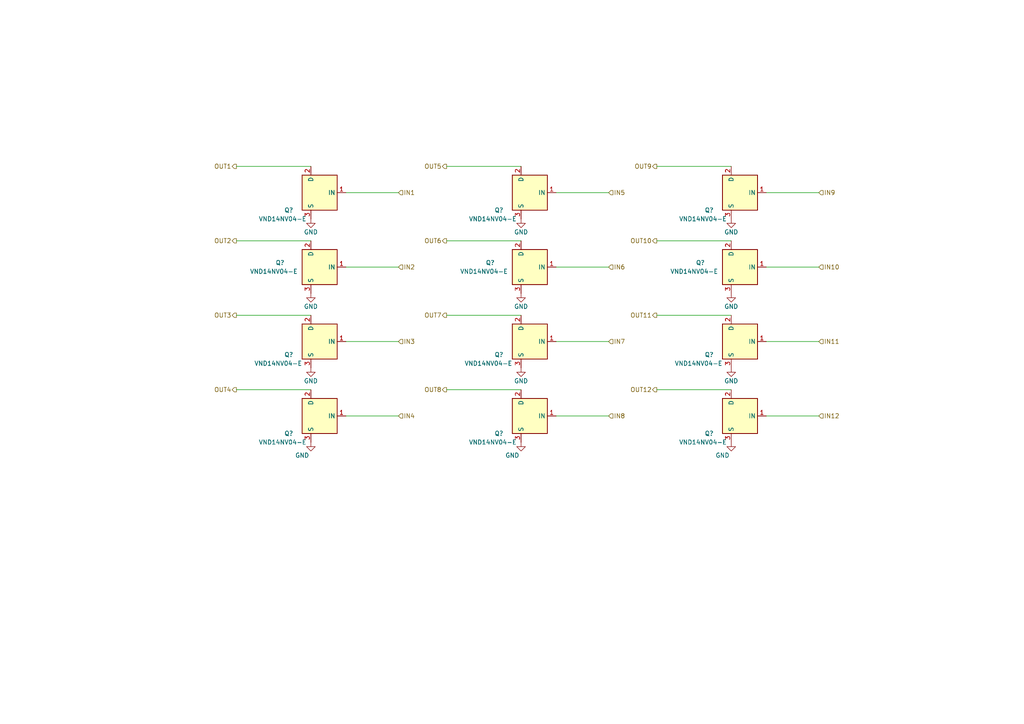
<source format=kicad_sch>
(kicad_sch (version 20230121) (generator eeschema)
  (paper "A4")
  (lib_symbols
    (symbol "Power_Management:AUIPS2041L"
      (property "Reference" "U" (at 3.81 1.27 0))
      (property "Value" "AUIPS2041L" (at 3.81 -1.27 0))
      (symbol "AUIPS2041L_0_1"
        (rectangle (start -7.62 5.08) (end 2.54 -5.08) (stroke (width 0.254)) (fill (type background)))
      )
      (symbol "AUIPS2041L_1_1"
        (pin input line (at -10.16 0 0) (length 2.54) (name "IN") (number "1"))
        (pin passive line (at 0 7.62 270) (length 2.54) (name "D") (number "2"))
        (pin power_in line (at 0 -7.62 90) (length 2.54) (name "S") (number "3"))
      )
    )
    (symbol "power:GND" (power) (pin_names (offset 0))
      (property "Value" "GND" (at 0 -3.81 0))
      (symbol "GND_0_1"
        (polyline (pts (xy 0 0) (xy 0 -1.27) (xy 1.27 -1.27) (xy 0 -2.54) (xy -1.27 -1.27) (xy 0 -1.27)))
      )
      (symbol "GND_1_1"
        (pin power_in line (at 0 0 270) (length 0) hide (name "GND") (number "1"))
      )
    )
  )
  (wire (pts (xy 68.58 69.85) (xy 90.17 69.85)))
  (wire (pts (xy 100.33 55.88) (xy 115.57 55.88)))
  (wire (pts (xy 222.25 120.65) (xy 237.49 120.65)))
  (wire (pts (xy 161.29 99.06) (xy 176.53 99.06)))
  (wire (pts (xy 161.29 120.65) (xy 176.53 120.65)))
  (wire (pts (xy 100.33 120.65) (xy 115.57 120.65)))
  (wire (pts (xy 68.58 113.03) (xy 90.17 113.03)))
  (wire (pts (xy 222.25 99.06) (xy 237.49 99.06)))
  (wire (pts (xy 190.5 48.26) (xy 212.09 48.26)))
  (wire (pts (xy 161.29 55.88) (xy 176.53 55.88)))
  (wire (pts (xy 222.25 55.88) (xy 237.49 55.88)))
  (wire (pts (xy 190.5 91.44) (xy 212.09 91.44)))
  (wire (pts (xy 129.54 91.44) (xy 151.13 91.44)))
  (wire (pts (xy 129.54 113.03) (xy 151.13 113.03)))
  (wire (pts (xy 161.29 77.47) (xy 176.53 77.47)))
  (wire (pts (xy 68.58 91.44) (xy 90.17 91.44)))
  (wire (pts (xy 129.54 69.85) (xy 151.13 69.85)))
  (wire (pts (xy 68.58 48.26) (xy 90.17 48.26)))
  (wire (pts (xy 129.54 48.26) (xy 151.13 48.26)))
  (wire (pts (xy 190.5 69.85) (xy 212.09 69.85)))
  (wire (pts (xy 222.25 77.47) (xy 237.49 77.47)))
  (wire (pts (xy 190.5 113.03) (xy 212.09 113.03)))
  (wire (pts (xy 100.33 77.47) (xy 115.57 77.47)))
  (wire (pts (xy 100.33 99.06) (xy 115.57 99.06)))
  (hierarchical_label "OUT5" (shape output) (at 129.54 48.26 180))
  (hierarchical_label "IN8" (shape input) (at 176.53 120.65 0))
  (hierarchical_label "OUT7" (shape output) (at 129.54 91.44 180))
  (hierarchical_label "IN12" (shape input) (at 237.49 120.65 0))
  (hierarchical_label "OUT11" (shape output) (at 190.5 91.44 180))
  (hierarchical_label "OUT8" (shape output) (at 129.54 113.03 180))
  (hierarchical_label "OUT1" (shape output) (at 68.58 48.26 180))
  (hierarchical_label "OUT9" (shape output) (at 190.5 48.26 180))
  (hierarchical_label "OUT3" (shape output) (at 68.58 91.44 180))
  (hierarchical_label "IN2" (shape input) (at 115.57 77.47 0))
  (hierarchical_label "IN11" (shape input) (at 237.49 99.06 0))
  (hierarchical_label "IN7" (shape input) (at 176.53 99.06 0))
  (hierarchical_label "OUT12" (shape output) (at 190.5 113.03 180))
  (hierarchical_label "OUT4" (shape output) (at 68.58 113.03 180))
  (hierarchical_label "IN4" (shape input) (at 115.57 120.65 0))
  (hierarchical_label "IN10" (shape input) (at 237.49 77.47 0))
  (hierarchical_label "IN5" (shape input) (at 176.53 55.88 0))
  (hierarchical_label "OUT6" (shape output) (at 129.54 69.85 180))
  (hierarchical_label "OUT10" (shape output) (at 190.5 69.85 180))
  (hierarchical_label "IN1" (shape input) (at 115.57 55.88 0))
  (hierarchical_label "IN6" (shape input) (at 176.53 77.47 0))
  (hierarchical_label "IN9" (shape input) (at 237.49 55.88 0))
  (hierarchical_label "IN3" (shape input) (at 115.57 99.06 0))
  (hierarchical_label "OUT2" (shape output) (at 68.58 69.85 180))
  (symbol (lib_id "Power_Management:AUIPS2041L") (at 151.13 120.65 0) (mirror y) (unit 1)
    (property "Reference" "Q?" (at 146.05 125.73 0) (effects (justify left)))
    (property "Value" "VND14NV04-E" (at 149.86 128.27 0) (effects (justify left)))
    (property "Footprint" "hellen-one-common:DPAK" (effects hide))
    (property "Datasheet" "https://www.infineon.com/dgdl/Infineon-AUIPS2041-DS-v01_00-EN.pdf?fileId=5546d4625a888733015aae147a9d4c57" (effects hide))
    (property "LCSC" "C155647" (effects hide))
    (instances (project "alphax_8ch" (path "" (reference "Q?") (unit 1)) (path "" (reference "Q47") (unit 1))))
  )
  (symbol (lib_id "Power_Management:AUIPS2041L") (at 90.17 120.65 0) (mirror y) (unit 1)
    (property "Reference" "Q?" (at 85.09 125.73 0) (effects (justify left)))
    (property "Value" "VND14NV04-E" (at 88.9 128.27 0) (effects (justify left)))
    (property "Footprint" "hellen-one-common:DPAK" (effects hide))
    (property "Datasheet" "https://www.infineon.com/dgdl/Infineon-AUIPS2041-DS-v01_00-EN.pdf?fileId=5546d4625a888733015aae147a9d4c57" (effects hide))
    (property "LCSC" "C155647" (effects hide))
    (instances (project "alphax_8ch" (path "" (reference "Q?") (unit 1)) (path "" (reference "Q43") (unit 1))))
  )
  (symbol (lib_id "power:GND") (at 212.09 85.09 0) (mirror y) (unit 1)
    (property "Reference" "#PWR?" (effects hide))
    (property "Value" "GND" (at 212.09 88.9 0))
    (instances (project "alphax_8ch" (path "" (reference "#PWR?") (unit 1)) (path "" (reference "#PWR0222") (unit 1))))
  )
  (symbol (lib_id "Power_Management:AUIPS2041L") (at 90.17 99.06 0) (mirror y) (unit 1)
    (property "Reference" "Q?" (at 85.09 102.87 0) (effects (justify left)))
    (property "Value" "VND14NV04-E" (at 87.63 105.41 0) (effects (justify left)))
    (property "Footprint" "hellen-one-common:DPAK" (effects hide))
    (property "Datasheet" "https://www.infineon.com/dgdl/Infineon-AUIPS2041-DS-v01_00-EN.pdf?fileId=5546d4625a888733015aae147a9d4c57" (effects hide))
    (property "LCSC" "C155647" (effects hide))
    (instances (project "alphax_8ch" (path "" (reference "Q?") (unit 1)) (path "" (reference "Q42") (unit 1))))
  )
  (symbol (lib_id "Power_Management:AUIPS2041L") (at 212.09 120.65 0) (mirror y) (unit 1)
    (property "Reference" "Q?" (at 207.01 125.73 0) (effects (justify left)))
    (property "Value" "VND14NV04-E" (at 210.82 128.27 0) (effects (justify left)))
    (property "Footprint" "hellen-one-common:DPAK" (effects hide))
    (property "Datasheet" "https://www.infineon.com/dgdl/Infineon-AUIPS2041-DS-v01_00-EN.pdf?fileId=5546d4625a888733015aae147a9d4c57" (effects hide))
    (property "LCSC" "C155647" (effects hide))
    (instances (project "alphax_8ch" (path "" (reference "Q?") (unit 1)) (path "" (reference "Q51") (unit 1))))
  )
  (symbol (lib_id "Power_Management:AUIPS2041L") (at 151.13 55.88 0) (mirror y) (unit 1)
    (property "Reference" "Q?" (at 146.05 60.96 0) (effects (justify left)))
    (property "Value" "VND14NV04-E" (at 149.86 63.5 0) (effects (justify left)))
    (property "Footprint" "hellen-one-common:DPAK" (effects hide))
    (property "Datasheet" "https://www.infineon.com/dgdl/Infineon-AUIPS2041-DS-v01_00-EN.pdf?fileId=5546d4625a888733015aae147a9d4c57" (effects hide))
    (property "LCSC" "C155647" (effects hide))
    (instances (project "alphax_8ch" (path "" (reference "Q?") (unit 1)) (path "" (reference "Q44") (unit 1))))
  )
  (symbol (lib_id "Power_Management:AUIPS2041L") (at 90.17 77.47 0) (mirror y) (unit 1)
    (property "Reference" "Q?" (at 82.55 76.2 0) (effects (justify left)))
    (property "Value" "VND14NV04-E" (at 86.36 78.74 0) (effects (justify left)))
    (property "Footprint" "hellen-one-common:DPAK" (effects hide))
    (property "Datasheet" "https://www.infineon.com/dgdl/Infineon-AUIPS2041-DS-v01_00-EN.pdf?fileId=5546d4625a888733015aae147a9d4c57" (effects hide))
    (property "LCSC" " C155647" (effects hide))
    (instances (project "alphax_8ch" (path "" (reference "Q?") (unit 1)) (path "" (reference "Q41") (unit 1))))
  )
  (symbol (lib_id "power:GND") (at 212.09 63.5 0) (mirror y) (unit 1)
    (property "Reference" "#PWR?" (effects hide))
    (property "Value" "GND" (at 212.09 67.31 0))
    (instances (project "alphax_8ch" (path "" (reference "#PWR?") (unit 1)) (path "" (reference "#PWR0221") (unit 1))))
  )
  (symbol (lib_id "Power_Management:AUIPS2041L") (at 151.13 99.06 0) (mirror y) (unit 1)
    (property "Reference" "Q?" (at 146.05 102.87 0) (effects (justify left)))
    (property "Value" "VND14NV04-E" (at 148.59 105.41 0) (effects (justify left)))
    (property "Footprint" "hellen-one-common:DPAK" (effects hide))
    (property "Datasheet" "https://www.infineon.com/dgdl/Infineon-AUIPS2041-DS-v01_00-EN.pdf?fileId=5546d4625a888733015aae147a9d4c57" (effects hide))
    (property "LCSC" "C155647" (effects hide))
    (instances (project "alphax_8ch" (path "" (reference "Q?") (unit 1)) (path "" (reference "Q46") (unit 1))))
  )
  (symbol (lib_id "Power_Management:AUIPS2041L") (at 212.09 77.47 0) (mirror y) (unit 1)
    (property "Reference" "Q?" (at 204.47 76.2 0) (effects (justify left)))
    (property "Value" "VND14NV04-E" (at 208.28 78.74 0) (effects (justify left)))
    (property "Footprint" "hellen-one-common:DPAK" (effects hide))
    (property "Datasheet" "https://www.infineon.com/dgdl/Infineon-AUIPS2041-DS-v01_00-EN.pdf?fileId=5546d4625a888733015aae147a9d4c57" (effects hide))
    (property "LCSC" " C155647" (effects hide))
    (instances (project "alphax_8ch" (path "" (reference "Q?") (unit 1)) (path "" (reference "Q49") (unit 1))))
  )
  (symbol (lib_id "power:GND") (at 151.13 63.5 0) (mirror y) (unit 1)
    (property "Reference" "#PWR?" (effects hide))
    (property "Value" "GND" (at 151.13 67.31 0))
    (instances (project "alphax_8ch" (path "" (reference "#PWR?") (unit 1)) (path "" (reference "#PWR0213") (unit 1))))
  )
  (symbol (lib_id "Power_Management:AUIPS2041L") (at 212.09 55.88 0) (mirror y) (unit 1)
    (property "Reference" "Q?" (at 207.01 60.96 0) (effects (justify left)))
    (property "Value" "VND14NV04-E" (at 210.82 63.5 0) (effects (justify left)))
    (property "Footprint" "hellen-one-common:DPAK" (effects hide))
    (property "Datasheet" "https://www.infineon.com/dgdl/Infineon-AUIPS2041-DS-v01_00-EN.pdf?fileId=5546d4625a888733015aae147a9d4c57" (effects hide))
    (property "LCSC" "C155647" (effects hide))
    (instances (project "alphax_8ch" (path "" (reference "Q?") (unit 1)) (path "" (reference "Q48") (unit 1))))
  )
  (symbol (lib_id "power:GND") (at 212.09 128.27 0) (mirror y) (unit 1)
    (property "Reference" "#PWR?" (effects hide))
    (property "Value" "GND" (at 209.55 132.08 0))
    (instances (project "alphax_8ch" (path "" (reference "#PWR?") (unit 1)) (path "" (reference "#PWR0224") (unit 1))))
  )
  (symbol (lib_id "power:GND") (at 90.17 106.68 0) (mirror y) (unit 1)
    (property "Reference" "#PWR?" (effects hide))
    (property "Value" "GND" (at 90.17 110.49 0))
    (instances (project "alphax_8ch" (path "" (reference "#PWR?") (unit 1)) (path "" (reference "#PWR0207") (unit 1))))
  )
  (symbol (lib_id "power:GND") (at 212.09 106.68 0) (mirror y) (unit 1)
    (property "Reference" "#PWR?" (effects hide))
    (property "Value" "GND" (at 212.09 110.49 0))
    (instances (project "alphax_8ch" (path "" (reference "#PWR?") (unit 1)) (path "" (reference "#PWR0223") (unit 1))))
  )
  (symbol (lib_id "power:GND") (at 151.13 128.27 0) (mirror y) (unit 1)
    (property "Reference" "#PWR?" (effects hide))
    (property "Value" "GND" (at 148.59 132.08 0))
    (instances (project "alphax_8ch" (path "" (reference "#PWR?") (unit 1)) (path "" (reference "#PWR0216") (unit 1))))
  )
  (symbol (lib_id "power:GND") (at 90.17 85.09 0) (mirror y) (unit 1)
    (property "Reference" "#PWR?" (effects hide))
    (property "Value" "GND" (at 90.17 88.9 0))
    (instances (project "alphax_8ch" (path "" (reference "#PWR?") (unit 1)) (path "" (reference "#PWR0206") (unit 1))))
  )
  (symbol (lib_id "power:GND") (at 151.13 85.09 0) (mirror y) (unit 1)
    (property "Reference" "#PWR?" (effects hide))
    (property "Value" "GND" (at 151.13 88.9 0))
    (instances (project "alphax_8ch" (path "" (reference "#PWR?") (unit 1)) (path "" (reference "#PWR0214") (unit 1))))
  )
  (symbol (lib_id "power:GND") (at 90.17 63.5 0) (mirror y) (unit 1)
    (property "Reference" "#PWR?" (effects hide))
    (property "Value" "GND" (at 90.17 67.31 0))
    (instances (project "alphax_8ch" (path "" (reference "#PWR?") (unit 1)) (path "" (reference "#PWR0205") (unit 1))))
  )
  (symbol (lib_id "Power_Management:AUIPS2041L") (at 151.13 77.47 0) (mirror y) (unit 1)
    (property "Reference" "Q?" (at 143.51 76.2 0) (effects (justify left)))
    (property "Value" "VND14NV04-E" (at 147.32 78.74 0) (effects (justify left)))
    (property "Footprint" "hellen-one-common:DPAK" (effects hide))
    (property "Datasheet" "https://www.infineon.com/dgdl/Infineon-AUIPS2041-DS-v01_00-EN.pdf?fileId=5546d4625a888733015aae147a9d4c57" (effects hide))
    (property "LCSC" " C155647" (effects hide))
    (instances (project "alphax_8ch" (path "" (reference "Q?") (unit 1)) (path "" (reference "Q45") (unit 1))))
  )
  (symbol (lib_id "power:GND") (at 151.13 106.68 0) (mirror y) (unit 1)
    (property "Reference" "#PWR?" (effects hide))
    (property "Value" "GND" (at 151.13 110.49 0))
    (instances (project "alphax_8ch" (path "" (reference "#PWR?") (unit 1)) (path "" (reference "#PWR0215") (unit 1))))
  )
  (symbol (lib_id "power:GND") (at 90.17 128.27 0) (mirror y) (unit 1)
    (property "Reference" "#PWR?" (effects hide))
    (property "Value" "GND" (at 87.63 132.08 0))
    (instances (project "alphax_8ch" (path "" (reference "#PWR?") (unit 1)) (path "" (reference "#PWR0208") (unit 1))))
  )
  (symbol (lib_id "Power_Management:AUIPS2041L") (at 212.09 99.06 0) (mirror y) (unit 1)
    (property "Reference" "Q?" (at 207.01 102.87 0) (effects (justify left)))
    (property "Value" "VND14NV04-E" (at 209.55 105.41 0) (effects (justify left)))
    (property "Footprint" "hellen-one-common:DPAK" (effects hide))
    (property "Datasheet" "https://www.infineon.com/dgdl/Infineon-AUIPS2041-DS-v01_00-EN.pdf?fileId=5546d4625a888733015aae147a9d4c57" (effects hide))
    (property "LCSC" "C155647" (effects hide))
    (instances (project "alphax_8ch" (path "" (reference "Q?") (unit 1)) (path "" (reference "Q50") (unit 1))))
  )
  (symbol (lib_id "Power_Management:AUIPS2041L") (at 90.17 55.88 0) (mirror y) (unit 1)
    (property "Reference" "Q?" (at 85.09 60.96 0) (effects (justify left)))
    (property "Value" "VND14NV04-E" (at 88.9 63.5 0) (effects (justify left)))
    (property "Footprint" "hellen-one-common:DPAK" (effects hide))
    (property "Datasheet" "https://www.infineon.com/dgdl/Infineon-AUIPS2041-DS-v01_00-EN.pdf?fileId=5546d4625a888733015aae147a9d4c57" (effects hide))
    (property "LCSC" "C155647" (effects hide))
    (instances (project "alphax_8ch" (path "" (reference "Q?") (unit 1)) (path "" (reference "Q40") (unit 1))))
  )
)
</source>
